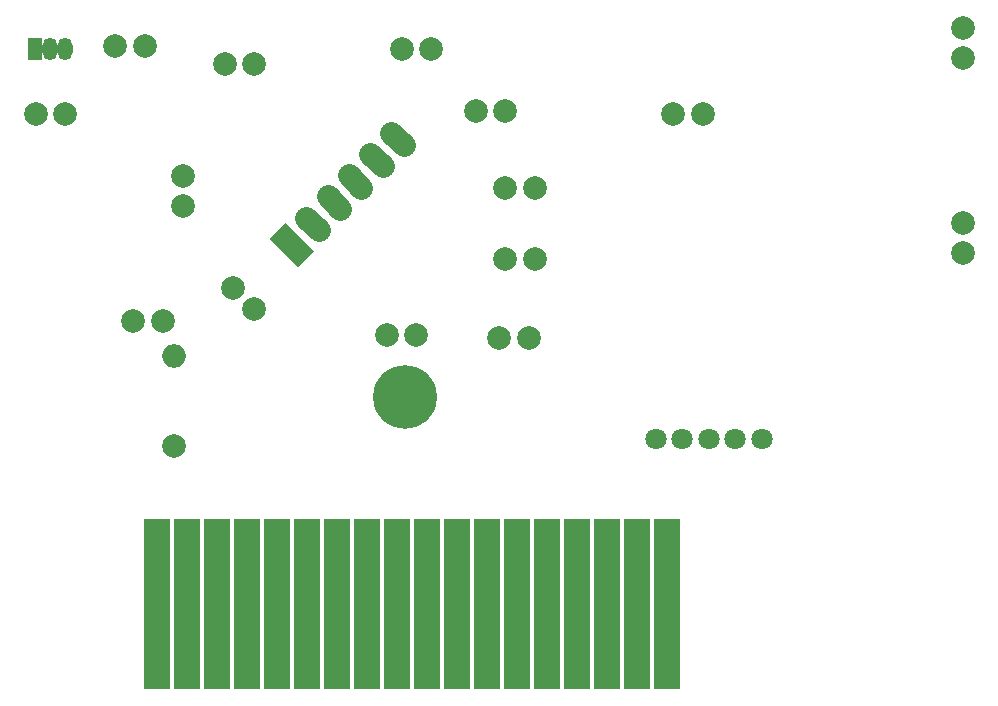
<source format=gbs>
G04 #@! TF.FileFunction,Soldermask,Bot*
%FSLAX46Y46*%
G04 Gerber Fmt 4.6, Leading zero omitted, Abs format (unit mm)*
G04 Created by KiCad (PCBNEW 4.0.7) date 12/03/18 22:41:55*
%MOMM*%
%LPD*%
G01*
G04 APERTURE LIST*
%ADD10C,0.100000*%
%ADD11R,2.180000X14.400000*%
%ADD12C,1.910000*%
%ADD13O,1.300000X1.900000*%
%ADD14R,1.300000X1.900000*%
%ADD15C,5.400000*%
%ADD16C,1.800000*%
%ADD17C,2.000000*%
%ADD18O,2.000000X2.000000*%
G04 APERTURE END LIST*
D10*
D11*
X164180000Y-128000000D03*
X161640000Y-128000000D03*
X159100000Y-128000000D03*
X156560000Y-128000000D03*
X154020000Y-128000000D03*
X151480000Y-128000000D03*
X148940000Y-128000000D03*
X146400000Y-128000000D03*
X143860000Y-128000000D03*
X141320000Y-128000000D03*
X138780000Y-128000000D03*
X136240000Y-128000000D03*
X133700000Y-128000000D03*
X131160000Y-128000000D03*
X128620000Y-128000000D03*
X126080000Y-128000000D03*
X123540000Y-128000000D03*
X121000000Y-128000000D03*
D10*
G36*
X132938228Y-99473006D02*
X130526994Y-97061772D01*
X131877568Y-95711198D01*
X134288802Y-98122432D01*
X132938228Y-99473006D01*
X132938228Y-99473006D01*
G37*
D12*
X133673619Y-95265721D02*
X134734279Y-96326381D01*
X135469670Y-93469670D02*
X136530330Y-94530330D01*
X137265722Y-91673618D02*
X138326382Y-92734278D01*
X139061773Y-89877567D02*
X140122433Y-90938227D01*
X140857824Y-88081516D02*
X141918484Y-89142176D01*
D13*
X112000000Y-81000000D03*
X113270000Y-81000000D03*
D14*
X110730000Y-81000000D03*
D15*
X142000000Y-110500000D03*
D16*
X165500000Y-114000000D03*
X167750000Y-114000000D03*
X170000000Y-114000000D03*
X172250000Y-114000000D03*
X163250000Y-114000000D03*
D17*
X189250000Y-98250000D03*
X189250000Y-95750000D03*
X189250000Y-79250000D03*
X189250000Y-81750000D03*
X121500000Y-104000000D03*
X119000000Y-104000000D03*
X122500000Y-114620000D03*
D18*
X122500000Y-107000000D03*
D17*
X113250000Y-86500000D03*
X110750000Y-86500000D03*
X117500000Y-80750000D03*
X120000000Y-80750000D03*
X126750000Y-82250000D03*
X129250000Y-82250000D03*
X141750000Y-81000000D03*
X144250000Y-81000000D03*
X148000000Y-86250000D03*
X150500000Y-86250000D03*
X150500000Y-98750000D03*
X153000000Y-98750000D03*
X150000000Y-105500000D03*
X152500000Y-105500000D03*
X140500000Y-105250000D03*
X143000000Y-105250000D03*
X127482233Y-101232233D03*
X129250000Y-103000000D03*
X123250000Y-94250000D03*
X123250000Y-91750000D03*
X164750000Y-86500000D03*
X167250000Y-86500000D03*
X150500000Y-92750000D03*
X153000000Y-92750000D03*
M02*

</source>
